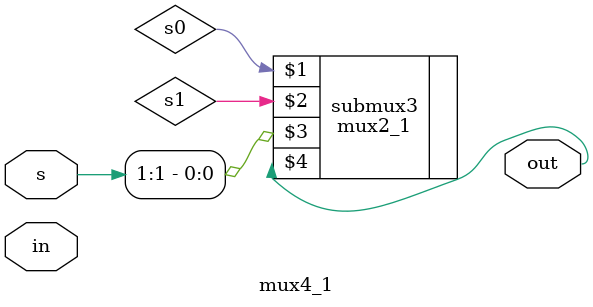
<source format=v>
module mux4_1(in, s, out);

	input [3:0] in;
	input [1:0] s;
	output out;
	wire s0, s1;
	
	mux2_1 submux1(in[0], in[1], s[0], S0);
	mux2_1 submux2(in[2], in[3], s[0], S1);
	mux2_1 submux3(s0, s1, s[1], out);
	
endmodule

</source>
